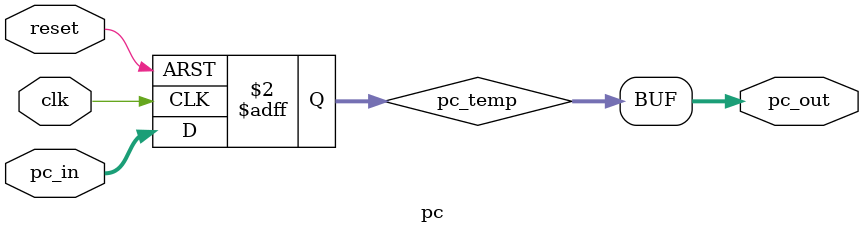
<source format=v>
module pc(
    input clk,
    input reset,
    input [63:0] pc_in,
    output [63:0] pc_out
);
reg [63:0] pc_temp;
always @(posedge clk or posedge reset) begin
    if(reset) begin
        pc_temp <= 64'b0;
    end 
    else 
    begin
        pc_temp <= pc_in;
    end
end
assign pc_out = pc_temp;
endmodule
</source>
